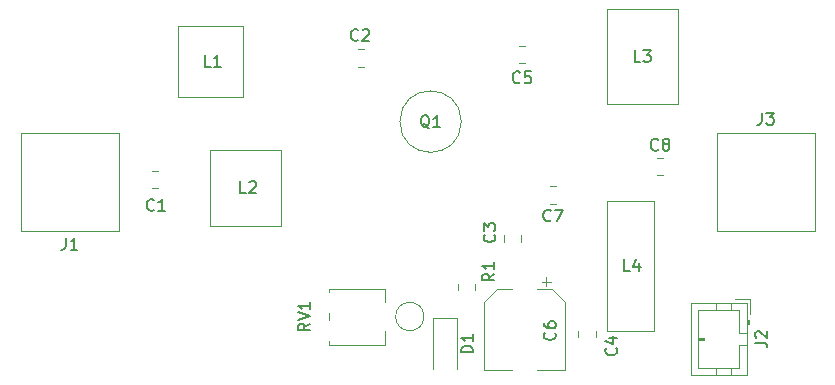
<source format=gto>
G04 #@! TF.GenerationSoftware,KiCad,Pcbnew,(6.0.4)*
G04 #@! TF.CreationDate,2022-04-05T14:23:39+02:00*
G04 #@! TF.ProjectId,Wzmacniacz antenowy FM,577a6d61-636e-4696-9163-7a20616e7465,rev?*
G04 #@! TF.SameCoordinates,Original*
G04 #@! TF.FileFunction,Legend,Top*
G04 #@! TF.FilePolarity,Positive*
%FSLAX46Y46*%
G04 Gerber Fmt 4.6, Leading zero omitted, Abs format (unit mm)*
G04 Created by KiCad (PCBNEW (6.0.4)) date 2022-04-05 14:23:39*
%MOMM*%
%LPD*%
G01*
G04 APERTURE LIST*
%ADD10C,0.150000*%
%ADD11C,0.120000*%
G04 APERTURE END LIST*
D10*
G04 #@! TO.C,*
G04 #@! TO.C,J1*
X121066666Y-92752380D02*
X121066666Y-93466666D01*
X121019047Y-93609523D01*
X120923809Y-93704761D01*
X120780952Y-93752380D01*
X120685714Y-93752380D01*
X122066666Y-93752380D02*
X121495238Y-93752380D01*
X121780952Y-93752380D02*
X121780952Y-92752380D01*
X121685714Y-92895238D01*
X121590476Y-92990476D01*
X121495238Y-93038095D01*
G04 #@! TO.C,J3*
X180016666Y-82152380D02*
X180016666Y-82866666D01*
X179969047Y-83009523D01*
X179873809Y-83104761D01*
X179730952Y-83152380D01*
X179635714Y-83152380D01*
X180397619Y-82152380D02*
X181016666Y-82152380D01*
X180683333Y-82533333D01*
X180826190Y-82533333D01*
X180921428Y-82580952D01*
X180969047Y-82628571D01*
X181016666Y-82723809D01*
X181016666Y-82961904D01*
X180969047Y-83057142D01*
X180921428Y-83104761D01*
X180826190Y-83152380D01*
X180540476Y-83152380D01*
X180445238Y-83104761D01*
X180397619Y-83057142D01*
G04 #@! TO.C,C5*
X159533333Y-79557142D02*
X159485714Y-79604761D01*
X159342857Y-79652380D01*
X159247619Y-79652380D01*
X159104761Y-79604761D01*
X159009523Y-79509523D01*
X158961904Y-79414285D01*
X158914285Y-79223809D01*
X158914285Y-79080952D01*
X158961904Y-78890476D01*
X159009523Y-78795238D01*
X159104761Y-78700000D01*
X159247619Y-78652380D01*
X159342857Y-78652380D01*
X159485714Y-78700000D01*
X159533333Y-78747619D01*
X160438095Y-78652380D02*
X159961904Y-78652380D01*
X159914285Y-79128571D01*
X159961904Y-79080952D01*
X160057142Y-79033333D01*
X160295238Y-79033333D01*
X160390476Y-79080952D01*
X160438095Y-79128571D01*
X160485714Y-79223809D01*
X160485714Y-79461904D01*
X160438095Y-79557142D01*
X160390476Y-79604761D01*
X160295238Y-79652380D01*
X160057142Y-79652380D01*
X159961904Y-79604761D01*
X159914285Y-79557142D01*
G04 #@! TO.C,R1*
X157352380Y-95766666D02*
X156876190Y-96100000D01*
X157352380Y-96338095D02*
X156352380Y-96338095D01*
X156352380Y-95957142D01*
X156400000Y-95861904D01*
X156447619Y-95814285D01*
X156542857Y-95766666D01*
X156685714Y-95766666D01*
X156780952Y-95814285D01*
X156828571Y-95861904D01*
X156876190Y-95957142D01*
X156876190Y-96338095D01*
X157352380Y-94814285D02*
X157352380Y-95385714D01*
X157352380Y-95100000D02*
X156352380Y-95100000D01*
X156495238Y-95195238D01*
X156590476Y-95290476D01*
X156638095Y-95385714D01*
G04 #@! TO.C,L1*
X133333333Y-78252380D02*
X132857142Y-78252380D01*
X132857142Y-77252380D01*
X134190476Y-78252380D02*
X133619047Y-78252380D01*
X133904761Y-78252380D02*
X133904761Y-77252380D01*
X133809523Y-77395238D01*
X133714285Y-77490476D01*
X133619047Y-77538095D01*
G04 #@! TO.C,Q1*
X151864761Y-83447619D02*
X151769523Y-83400000D01*
X151674285Y-83304761D01*
X151531428Y-83161904D01*
X151436190Y-83114285D01*
X151340952Y-83114285D01*
X151388571Y-83352380D02*
X151293333Y-83304761D01*
X151198095Y-83209523D01*
X151150476Y-83019047D01*
X151150476Y-82685714D01*
X151198095Y-82495238D01*
X151293333Y-82400000D01*
X151388571Y-82352380D01*
X151579047Y-82352380D01*
X151674285Y-82400000D01*
X151769523Y-82495238D01*
X151817142Y-82685714D01*
X151817142Y-83019047D01*
X151769523Y-83209523D01*
X151674285Y-83304761D01*
X151579047Y-83352380D01*
X151388571Y-83352380D01*
X152769523Y-83352380D02*
X152198095Y-83352380D01*
X152483809Y-83352380D02*
X152483809Y-82352380D01*
X152388571Y-82495238D01*
X152293333Y-82590476D01*
X152198095Y-82638095D01*
G04 #@! TO.C,C8*
X171233333Y-85257142D02*
X171185714Y-85304761D01*
X171042857Y-85352380D01*
X170947619Y-85352380D01*
X170804761Y-85304761D01*
X170709523Y-85209523D01*
X170661904Y-85114285D01*
X170614285Y-84923809D01*
X170614285Y-84780952D01*
X170661904Y-84590476D01*
X170709523Y-84495238D01*
X170804761Y-84400000D01*
X170947619Y-84352380D01*
X171042857Y-84352380D01*
X171185714Y-84400000D01*
X171233333Y-84447619D01*
X171804761Y-84780952D02*
X171709523Y-84733333D01*
X171661904Y-84685714D01*
X171614285Y-84590476D01*
X171614285Y-84542857D01*
X171661904Y-84447619D01*
X171709523Y-84400000D01*
X171804761Y-84352380D01*
X171995238Y-84352380D01*
X172090476Y-84400000D01*
X172138095Y-84447619D01*
X172185714Y-84542857D01*
X172185714Y-84590476D01*
X172138095Y-84685714D01*
X172090476Y-84733333D01*
X171995238Y-84780952D01*
X171804761Y-84780952D01*
X171709523Y-84828571D01*
X171661904Y-84876190D01*
X171614285Y-84971428D01*
X171614285Y-85161904D01*
X171661904Y-85257142D01*
X171709523Y-85304761D01*
X171804761Y-85352380D01*
X171995238Y-85352380D01*
X172090476Y-85304761D01*
X172138095Y-85257142D01*
X172185714Y-85161904D01*
X172185714Y-84971428D01*
X172138095Y-84876190D01*
X172090476Y-84828571D01*
X171995238Y-84780952D01*
G04 #@! TO.C,C6*
X162457142Y-100766666D02*
X162504761Y-100814285D01*
X162552380Y-100957142D01*
X162552380Y-101052380D01*
X162504761Y-101195238D01*
X162409523Y-101290476D01*
X162314285Y-101338095D01*
X162123809Y-101385714D01*
X161980952Y-101385714D01*
X161790476Y-101338095D01*
X161695238Y-101290476D01*
X161600000Y-101195238D01*
X161552380Y-101052380D01*
X161552380Y-100957142D01*
X161600000Y-100814285D01*
X161647619Y-100766666D01*
X161552380Y-99909523D02*
X161552380Y-100100000D01*
X161600000Y-100195238D01*
X161647619Y-100242857D01*
X161790476Y-100338095D01*
X161980952Y-100385714D01*
X162361904Y-100385714D01*
X162457142Y-100338095D01*
X162504761Y-100290476D01*
X162552380Y-100195238D01*
X162552380Y-100004761D01*
X162504761Y-99909523D01*
X162457142Y-99861904D01*
X162361904Y-99814285D01*
X162123809Y-99814285D01*
X162028571Y-99861904D01*
X161980952Y-99909523D01*
X161933333Y-100004761D01*
X161933333Y-100195238D01*
X161980952Y-100290476D01*
X162028571Y-100338095D01*
X162123809Y-100385714D01*
G04 #@! TO.C,L2*
X136333333Y-88952380D02*
X135857142Y-88952380D01*
X135857142Y-87952380D01*
X136619047Y-88047619D02*
X136666666Y-88000000D01*
X136761904Y-87952380D01*
X137000000Y-87952380D01*
X137095238Y-88000000D01*
X137142857Y-88047619D01*
X137190476Y-88142857D01*
X137190476Y-88238095D01*
X137142857Y-88380952D01*
X136571428Y-88952380D01*
X137190476Y-88952380D01*
G04 #@! TO.C,J2*
X179452380Y-101633333D02*
X180166666Y-101633333D01*
X180309523Y-101680952D01*
X180404761Y-101776190D01*
X180452380Y-101919047D01*
X180452380Y-102014285D01*
X179547619Y-101204761D02*
X179500000Y-101157142D01*
X179452380Y-101061904D01*
X179452380Y-100823809D01*
X179500000Y-100728571D01*
X179547619Y-100680952D01*
X179642857Y-100633333D01*
X179738095Y-100633333D01*
X179880952Y-100680952D01*
X180452380Y-101252380D01*
X180452380Y-100633333D01*
G04 #@! TO.C,C2*
X145833333Y-75957142D02*
X145785714Y-76004761D01*
X145642857Y-76052380D01*
X145547619Y-76052380D01*
X145404761Y-76004761D01*
X145309523Y-75909523D01*
X145261904Y-75814285D01*
X145214285Y-75623809D01*
X145214285Y-75480952D01*
X145261904Y-75290476D01*
X145309523Y-75195238D01*
X145404761Y-75100000D01*
X145547619Y-75052380D01*
X145642857Y-75052380D01*
X145785714Y-75100000D01*
X145833333Y-75147619D01*
X146214285Y-75147619D02*
X146261904Y-75100000D01*
X146357142Y-75052380D01*
X146595238Y-75052380D01*
X146690476Y-75100000D01*
X146738095Y-75147619D01*
X146785714Y-75242857D01*
X146785714Y-75338095D01*
X146738095Y-75480952D01*
X146166666Y-76052380D01*
X146785714Y-76052380D01*
G04 #@! TO.C,C4*
X167657142Y-102066666D02*
X167704761Y-102114285D01*
X167752380Y-102257142D01*
X167752380Y-102352380D01*
X167704761Y-102495238D01*
X167609523Y-102590476D01*
X167514285Y-102638095D01*
X167323809Y-102685714D01*
X167180952Y-102685714D01*
X166990476Y-102638095D01*
X166895238Y-102590476D01*
X166800000Y-102495238D01*
X166752380Y-102352380D01*
X166752380Y-102257142D01*
X166800000Y-102114285D01*
X166847619Y-102066666D01*
X167085714Y-101209523D02*
X167752380Y-101209523D01*
X166704761Y-101447619D02*
X167419047Y-101685714D01*
X167419047Y-101066666D01*
G04 #@! TO.C,C3*
X157357142Y-92466666D02*
X157404761Y-92514285D01*
X157452380Y-92657142D01*
X157452380Y-92752380D01*
X157404761Y-92895238D01*
X157309523Y-92990476D01*
X157214285Y-93038095D01*
X157023809Y-93085714D01*
X156880952Y-93085714D01*
X156690476Y-93038095D01*
X156595238Y-92990476D01*
X156500000Y-92895238D01*
X156452380Y-92752380D01*
X156452380Y-92657142D01*
X156500000Y-92514285D01*
X156547619Y-92466666D01*
X156452380Y-92133333D02*
X156452380Y-91514285D01*
X156833333Y-91847619D01*
X156833333Y-91704761D01*
X156880952Y-91609523D01*
X156928571Y-91561904D01*
X157023809Y-91514285D01*
X157261904Y-91514285D01*
X157357142Y-91561904D01*
X157404761Y-91609523D01*
X157452380Y-91704761D01*
X157452380Y-91990476D01*
X157404761Y-92085714D01*
X157357142Y-92133333D01*
G04 #@! TO.C,L4*
X168833333Y-95552380D02*
X168357142Y-95552380D01*
X168357142Y-94552380D01*
X169595238Y-94885714D02*
X169595238Y-95552380D01*
X169357142Y-94504761D02*
X169119047Y-95219047D01*
X169738095Y-95219047D01*
G04 #@! TO.C,C7*
X162133333Y-91257142D02*
X162085714Y-91304761D01*
X161942857Y-91352380D01*
X161847619Y-91352380D01*
X161704761Y-91304761D01*
X161609523Y-91209523D01*
X161561904Y-91114285D01*
X161514285Y-90923809D01*
X161514285Y-90780952D01*
X161561904Y-90590476D01*
X161609523Y-90495238D01*
X161704761Y-90400000D01*
X161847619Y-90352380D01*
X161942857Y-90352380D01*
X162085714Y-90400000D01*
X162133333Y-90447619D01*
X162466666Y-90352380D02*
X163133333Y-90352380D01*
X162704761Y-91352380D01*
G04 #@! TO.C,D1*
X155552380Y-102438095D02*
X154552380Y-102438095D01*
X154552380Y-102200000D01*
X154600000Y-102057142D01*
X154695238Y-101961904D01*
X154790476Y-101914285D01*
X154980952Y-101866666D01*
X155123809Y-101866666D01*
X155314285Y-101914285D01*
X155409523Y-101961904D01*
X155504761Y-102057142D01*
X155552380Y-102200000D01*
X155552380Y-102438095D01*
X155552380Y-100914285D02*
X155552380Y-101485714D01*
X155552380Y-101200000D02*
X154552380Y-101200000D01*
X154695238Y-101295238D01*
X154790476Y-101390476D01*
X154838095Y-101485714D01*
G04 #@! TO.C,C1*
X128533333Y-90357142D02*
X128485714Y-90404761D01*
X128342857Y-90452380D01*
X128247619Y-90452380D01*
X128104761Y-90404761D01*
X128009523Y-90309523D01*
X127961904Y-90214285D01*
X127914285Y-90023809D01*
X127914285Y-89880952D01*
X127961904Y-89690476D01*
X128009523Y-89595238D01*
X128104761Y-89500000D01*
X128247619Y-89452380D01*
X128342857Y-89452380D01*
X128485714Y-89500000D01*
X128533333Y-89547619D01*
X129485714Y-90452380D02*
X128914285Y-90452380D01*
X129200000Y-90452380D02*
X129200000Y-89452380D01*
X129104761Y-89595238D01*
X129009523Y-89690476D01*
X128914285Y-89738095D01*
G04 #@! TO.C,RV1*
X141752380Y-99995238D02*
X141276190Y-100328571D01*
X141752380Y-100566666D02*
X140752380Y-100566666D01*
X140752380Y-100185714D01*
X140800000Y-100090476D01*
X140847619Y-100042857D01*
X140942857Y-99995238D01*
X141085714Y-99995238D01*
X141180952Y-100042857D01*
X141228571Y-100090476D01*
X141276190Y-100185714D01*
X141276190Y-100566666D01*
X140752380Y-99709523D02*
X141752380Y-99376190D01*
X140752380Y-99042857D01*
X141752380Y-98185714D02*
X141752380Y-98757142D01*
X141752380Y-98471428D02*
X140752380Y-98471428D01*
X140895238Y-98566666D01*
X140990476Y-98661904D01*
X141038095Y-98757142D01*
G04 #@! TO.C,L3*
X169733333Y-77852380D02*
X169257142Y-77852380D01*
X169257142Y-76852380D01*
X169971428Y-76852380D02*
X170590476Y-76852380D01*
X170257142Y-77233333D01*
X170400000Y-77233333D01*
X170495238Y-77280952D01*
X170542857Y-77328571D01*
X170590476Y-77423809D01*
X170590476Y-77661904D01*
X170542857Y-77757142D01*
X170495238Y-77804761D01*
X170400000Y-77852380D01*
X170114285Y-77852380D01*
X170019047Y-77804761D01*
X169971428Y-77757142D01*
D11*
G04 #@! TO.C,REF\u002A\u002A*
X151400000Y-99400000D02*
G75*
G03*
X151400000Y-99400000I-1200000J0D01*
G01*
G04 #@! TO.C,J1*
X117250000Y-92150000D02*
X117250000Y-83850000D01*
X117250000Y-92150000D02*
X125550000Y-92150000D01*
X125550000Y-92150000D02*
X125550000Y-83850000D01*
X117250000Y-83850000D02*
X125550000Y-83850000D01*
G04 #@! TO.C,J3*
X184500000Y-83850000D02*
X176200000Y-83850000D01*
X176200000Y-83850000D02*
X176200000Y-92150000D01*
X184500000Y-92150000D02*
X176200000Y-92150000D01*
X184500000Y-83850000D02*
X184500000Y-92150000D01*
G04 #@! TO.C,C5*
X159961252Y-77935000D02*
X159438748Y-77935000D01*
X159961252Y-76465000D02*
X159438748Y-76465000D01*
G04 #@! TO.C,R1*
X155735000Y-97127064D02*
X155735000Y-96672936D01*
X154265000Y-97127064D02*
X154265000Y-96672936D01*
G04 #@! TO.C,L1*
X136100000Y-80800000D02*
X130600000Y-80800000D01*
X130600000Y-80800000D02*
X130600000Y-74800000D01*
X130600000Y-74800000D02*
X136100000Y-74800000D01*
X136100000Y-74800000D02*
X136100000Y-80800000D01*
G04 #@! TO.C,Q1*
X154560000Y-82900000D02*
G75*
G03*
X154560000Y-82900000I-2600000J0D01*
G01*
G04 #@! TO.C,C8*
X171138748Y-87435000D02*
X171661252Y-87435000D01*
X171138748Y-85965000D02*
X171661252Y-85965000D01*
G04 #@! TO.C,C6*
X162141250Y-96456250D02*
X161353750Y-96456250D01*
X162245563Y-97090000D02*
X160960000Y-97090000D01*
X163310000Y-98154437D02*
X163310000Y-103910000D01*
X161747500Y-96062500D02*
X161747500Y-96850000D01*
X156490000Y-103910000D02*
X158840000Y-103910000D01*
X163310000Y-103910000D02*
X160960000Y-103910000D01*
X162245563Y-97090000D02*
X163310000Y-98154437D01*
X156490000Y-98154437D02*
X156490000Y-103910000D01*
X157554437Y-97090000D02*
X156490000Y-98154437D01*
X157554437Y-97090000D02*
X158840000Y-97090000D01*
G04 #@! TO.C,L2*
X139300000Y-85300000D02*
X133300000Y-85300000D01*
X133300000Y-85300000D02*
X133300000Y-91700000D01*
X133300000Y-91700000D02*
X139300000Y-91700000D01*
X139300000Y-91700000D02*
X139300000Y-85300000D01*
G04 #@! TO.C,J2*
X178100000Y-101800000D02*
X178710000Y-101800000D01*
X174600000Y-98850000D02*
X174600000Y-103750000D01*
X178710000Y-104360000D02*
X178710000Y-98240000D01*
X178100000Y-98850000D02*
X174600000Y-98850000D01*
X176100000Y-104360000D02*
X176100000Y-103750000D01*
X174600000Y-101300000D02*
X175100000Y-101300000D01*
X173990000Y-104360000D02*
X178710000Y-104360000D01*
X178710000Y-100000000D02*
X178910000Y-100000000D01*
X176100000Y-98240000D02*
X176100000Y-98850000D01*
X178100000Y-100800000D02*
X178100000Y-98850000D01*
X178910000Y-99700000D02*
X178710000Y-99700000D01*
X175100000Y-101400000D02*
X174600000Y-101400000D01*
X178710000Y-98240000D02*
X173990000Y-98240000D01*
X179010000Y-97940000D02*
X177760000Y-97940000D01*
X175100000Y-101200000D02*
X175100000Y-101400000D01*
X179010000Y-99190000D02*
X179010000Y-97940000D01*
X178710000Y-100800000D02*
X178100000Y-100800000D01*
X178100000Y-103750000D02*
X178100000Y-101800000D01*
X177400000Y-98240000D02*
X177400000Y-98850000D01*
X173990000Y-98240000D02*
X173990000Y-104360000D01*
X174600000Y-103750000D02*
X178100000Y-103750000D01*
X178910000Y-100000000D02*
X178910000Y-99700000D01*
X178810000Y-100000000D02*
X178810000Y-99700000D01*
X174600000Y-101200000D02*
X175100000Y-101200000D01*
X177400000Y-104360000D02*
X177400000Y-103750000D01*
G04 #@! TO.C,C2*
X145838748Y-76765000D02*
X146361252Y-76765000D01*
X145838748Y-78235000D02*
X146361252Y-78235000D01*
G04 #@! TO.C,C4*
X164465000Y-100638748D02*
X164465000Y-101161252D01*
X165935000Y-100638748D02*
X165935000Y-101161252D01*
G04 #@! TO.C,C3*
X159635000Y-93061252D02*
X159635000Y-92538748D01*
X158165000Y-93061252D02*
X158165000Y-92538748D01*
G04 #@! TO.C,L4*
X166900000Y-100600000D02*
X170900000Y-100600000D01*
X170900000Y-100600000D02*
X170900000Y-89600000D01*
X170900000Y-89600000D02*
X166900000Y-89600000D01*
X166900000Y-89600000D02*
X166900000Y-100600000D01*
G04 #@! TO.C,C7*
X162561252Y-88365000D02*
X162038748Y-88365000D01*
X162561252Y-89835000D02*
X162038748Y-89835000D01*
G04 #@! TO.C,D1*
X154200000Y-99550000D02*
X152200000Y-99550000D01*
X154200000Y-103850000D02*
X154200000Y-99550000D01*
X152200000Y-99550000D02*
X152200000Y-103850000D01*
G04 #@! TO.C,C1*
X128338748Y-88535000D02*
X128861252Y-88535000D01*
X128338748Y-87065000D02*
X128861252Y-87065000D01*
G04 #@! TO.C,RV1*
X143330000Y-97360000D02*
X143330000Y-97030000D01*
X143330000Y-97030000D02*
X148070000Y-97030000D01*
X143330000Y-99659000D02*
X143330000Y-99140000D01*
X148070000Y-98160000D02*
X148070000Y-97030000D01*
X148070000Y-101770000D02*
X148070000Y-100640000D01*
X143330000Y-101770000D02*
X143330000Y-101439000D01*
X143330000Y-101770000D02*
X148070000Y-101770000D01*
G04 #@! TO.C,L3*
X172900000Y-73400000D02*
X166900000Y-73400000D01*
X166900000Y-73400000D02*
X166900000Y-81400000D01*
X166900000Y-81400000D02*
X172900000Y-81400000D01*
X172900000Y-81400000D02*
X172900000Y-73400000D01*
G04 #@! TD*
M02*

</source>
